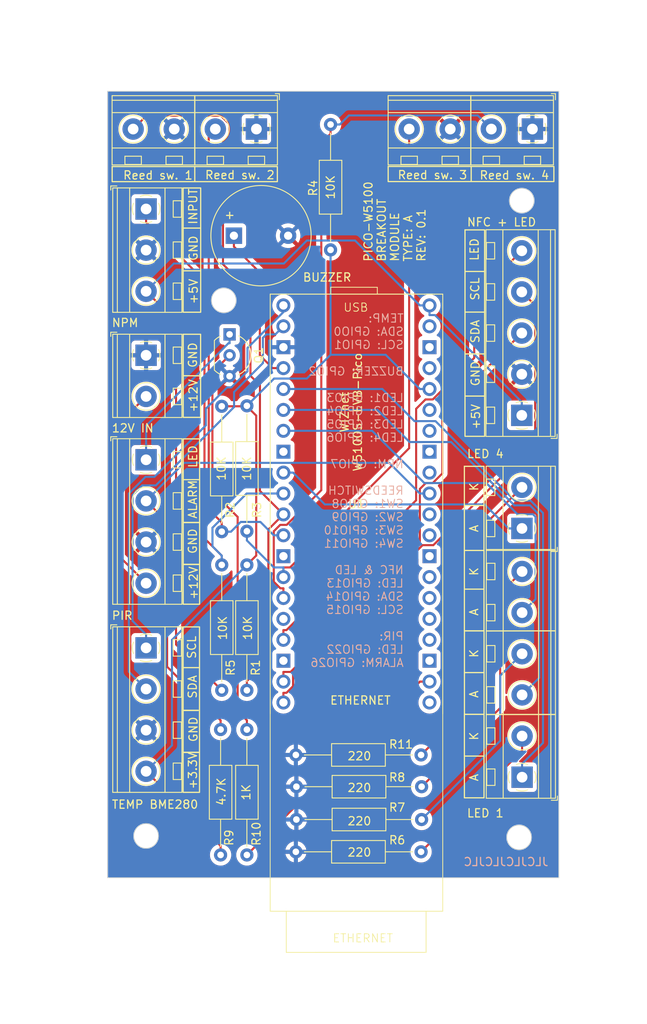
<source format=kicad_pcb>
(kicad_pcb (version 20221018) (generator pcbnew)
  (layers (0 "F.Cu" signal) (31 "B.Cu" signal) (34 "B.Paste" user) (35 "F.Paste" user) (36 "B.SilkS" user "B.Silkscreen") (37 "F.SilkS" user "F.Silkscreen") (38 "B.Mask" user) (39 "F.Mask" user) (44 "Edge.Cuts" user))
  (net 0 "")
  (net 1 "+3.3V")
  (net 2 "GPIO10")
  (net 3 "GPIO2")
  (net 4 "GPIO26")
  (net 5 "GND")
  (net 6 "+5V")
  (net 7 "GPIO7")
  (net 8 "GPIO3")
  (net 9 "GPIO4")
  (net 10 "GPIO5")
  (net 11 "GPIO6")
  (net 12 "GPIO8")
  (net 13 "GPIO9")
  (net 14 "GPIO0")
  (net 15 "GPIO1")
  (net 16 "GPIO13")
  (net 17 "GPIO14")
  (net 18 "GPIO15")
  (net 20 "Net-(Led4-Pin_2)")
  (net 27 "GPIO11")
  (net 35 "+12V")
  (net 36 "Net-(Q1-B)")
  (net 37 "Net-(PIR1-Pin_1)")
  (net 38 "GPIO22")
  (net 39 "Net-(J1-Pin_6)")
  (net 40 "Net-(J1-Pin_2)")
  (net 41 "Net-(J1-Pin_4)")
  (footprint "Resistor_THT:R_Axial_DIN0207_L6.3mm_D2.5mm_P15.24mm_Horizontal" (layer "F.Cu") (at 98.1065 77.3189 -90)
    (fp_text reference "R2" (at 12.599771 -1.028086 90) (layer "F.SilkS"))
    (fp_text value "10K" (at 7.5617 0.032507 90) (layer "F.SilkS"))
    (pad "1" thru_hole circle (at 0 0 270) (size 1.6 1.6) (drill 0.8) (layers "*.Cu" "*.Mask") (net 1 "+3.3V"))
    (pad "2" thru_hole oval (at 15.24 0 270) (size 1.6 1.6) (drill 0.8) (layers "*.Cu" "*.Mask") (net 13 "GPIO9"))
  )
  (footprint "TerminalBlock_MetzConnect:TerminalBlock_MetzConnect_Type094_RT03504HBLU_1x04_P5.00mm_Horizontal" (layer "F.Cu") (at 135.9156 43.6255 180)
    (fp_text reference "Reedswitch_3_en_1" hide)
    (fp_text value "Screw_Terminal_01x04")
    (pad "1" thru_hole rect (at 0 0 180) (size 2.6 2.6) (drill 1.3) (layers "*.Cu" "*.Mask") (net 5 "GND"))
    (pad "2" thru_hole circle (at 5 0 180) (size 2.6 2.6) (drill 1.3) (layers "*.Cu" "*.Mask") (net 27 "GPIO11"))
    (pad "3" thru_hole circle (at 10 0 180) (size 2.6 2.6) (drill 1.3) (layers "*.Cu" "*.Mask") (net 5 "GND"))
    (pad "4" thru_hole circle (at 15 0 180) (size 2.6 2.6) (drill 1.3) (layers "*.Cu" "*.Mask") (net 2 "GPIO10"))
  )
  (footprint "Resistor_THT:R_Axial_DIN0207_L6.3mm_D2.5mm_P15.24mm_Horizontal" (layer "F.Cu") (at 98.1065 111.8366 90)
    (fp_text reference "R5" (at 2.74257 1.070888 90) (layer "F.SilkS"))
    (fp_text value "10K" (at 7.569965 0.116632 90) (layer "F.SilkS"))
    (pad "1" thru_hole circle (at 0 0 90) (size 1.6 1.6) (drill 0.8) (layers "*.Cu" "*.Mask") (net 6 "+5V"))
    (pad "2" thru_hole oval (at 15.24 0 90) (size 1.6 1.6) (drill 0.8) (layers "*.Cu" "*.Mask") (net 7 "GPIO7"))
  )
  (footprint "MCU_RaspberryPi_and_Boards:W5100S-EVB-Pico" (layer "F.Cu") (at 114.5011 89.1889)
    (fp_text reference "U1" (at 0 0) (layer "F.SilkS"))
    (fp_text value "Pico")
    (fp_text user "ETHERNET" (at -2.955373 53.36309 unlocked) (layer "F.SilkS") (effects (font (thickness 0.1)) (justify left bottom)))
    (fp_text user "USB" (at -1.640835 -23.296566 unlocked) (layer "F.SilkS") (effects (font (thickness 0.1)) (justify left bottom)))
    (pad "1" thru_hole oval (at -8.89 -24.13) (size 1.7 1.7) (drill 1.02) (layers "*.Cu" "*.Mask") (net 14 "GPIO0"))
    (pad "2" thru_hole oval (at -8.89 -21.59) (size 1.7 1.7) (drill 1.02) (layers "*.Cu" "*.Mask") (net 15 "GPIO1"))
    (pad "3" thru_hole rect (at -8.89 -19.05) (size 1.7 1.7) (drill 1.02) (layers "*.Cu" "*.Mask") (net 5 "GND"))
    (pad "4" thru_hole oval (at -8.89 -16.51) (size 1.7 1.7) (drill 1.02) (layers "*.Cu" "*.Mask") (net 3 "GPIO2"))
    (pad "5" thru_hole oval (at -8.89 -13.97) (size 1.7 1.7) (drill 1.02) (layers "*.Cu" "*.Mask") (net 8 "GPIO3"))
    (pad "6" thru_hole oval (at -8.89 -11.43) (size 1.7 1.7) (drill 1.02) (layers "*.Cu" "*.Mask") (net 9 "GPIO4"))
    (pad "7" thru_hole oval (at -8.89 -8.89) (size 1.7 1.7) (drill 1.02) (layers "*.Cu" "*.Mask") (net 10 "GPIO5"))
    (pad "8" thru_hole rect (at -8.89 -6.35) (size 1.7 1.7) (drill 1.02) (layers "*.Cu" "*.Mask"))
    (pad "9" thru_hole oval (at -8.89 -3.81) (size 1.7 1.7) (drill 1.02) (layers "*.Cu" "*.Mask") (net 11 "GPIO6"))
    (pad "10" thru_hole oval (at -8.89 -1.27) (size 1.7 1.7) (drill 1.02) (layers "*.Cu" "*.Mask") (net 7 "GPIO7"))
    (pad "11" thru_hole oval (at -8.89 1.27) (size 1.7 1.7) (drill 1.02) (layers "*.Cu" "*.Mask") (net 12 "GPIO8"))
    (pad "12" thru_hole oval (at -8.89 3.81) (size 1.7 1.7) (drill 1.02) (layers "*.Cu" "*.Mask") (net 13 "GPIO9"))
    (pad "13" thru_hole rect (at -8.89 6.35) (size 1.7 1.7) (drill 1.02) (layers "*.Cu" "*.Mask"))
    (pad "14" thru_hole oval (at -8.89 8.89) (size 1.7 1.7) (drill 1.02) (layers "*.Cu" "*.Mask") (net 2 "GPIO10"))
    (pad "15" thru_hole oval (at -8.89 11.43) (size 1.7 1.7) (drill 1.02) (layers "*.Cu" "*.Mask") (net 27 "GPIO11"))
    (pad "16" thru_hole oval (at -8.89 13.97) (size 1.7 1.7) (drill 1.02) (layers "*.Cu" "*.Mask"))
    (pad "17" thru_hole oval (at -8.89 16.51) (size 1.7 1.7) (drill 1.02) (layers "*.Cu" "*.Mask") (net 16 "GPIO13"))
    (pad "18" thru_hole rect (at -8.89 19.05) (size 1.7 1.7) (drill 1.02) (layers "*.Cu" "*.Mask"))
    (pad "19" thru_hole oval (at -8.89 21.59) (size 1.7 1.7) (drill 1.02) (layers "*.Cu" "*.Mask") (net 17 "GPIO14"))
    (pad "20" thru_hole oval (at -8.89 24.13) (size 1.7 1.7) (drill 1.02) (layers "*.Cu" "*.Mask") (net 18 "GPIO15"))
    (pad "21" thru_hole oval (at 8.89 24.13) (size 1.7 1.7) (drill 1.02) (layers "*.Cu" "*.Mask"))
    (pad "22" thru_hole oval (at 8.89 21.59) (size 1.7 1.7) (drill 1.02) (layers "*.Cu" "*.Mask") (net 38 "GPIO22"))
    (pad "23" thru_hole rect (at 8.89 19.05) (size 1.7 1.7) (drill 1.02) (layers "*.Cu" "*.Mask"))
    (pad "24" thru_hole oval (at 8.89 16.51) (size 1.7 1.7) (drill 1.02) (layers "*.Cu" "*.Mask"))
    (pad "25" thru_hole oval (at 8.89 13.97) (size 1.7 1.7) (drill 1.02) (layers "*.Cu" "*.Mask"))
    (pad "26" thru_hole oval (at 8.89 11.43) (size 1.7 1.7) (drill 1.02) (layers "*.Cu" "*.Mask"))
    (pad "27" thru_hole oval (at 8.89 8.89) (size 1.7 1.7) (drill 1.02) (layers "*.Cu" "*.Mask"))
    (pad "28" thru_hole rect (at 8.89 6.35) (size 1.7 1.7) (drill 1.02) (layers "*.Cu" "*.Mask"))
    (pad "29" thru_hole oval (at 8.89 3.81) (size 1.7 1.7) (drill 1.02) (layers "*.Cu" "*.Mask"))
    (pad "30" thru_hole oval (at 8.89 1.27) (size 1.7 1.7) (drill 1.02) (layers "*.Cu" "*.Mask"))
    (pad "31" thru_hole oval (at 8.89 -1.27) (size 1.7 1.7) (drill 1.02) (layers "*.Cu" "*.Mask") (net 4 "GPIO26"))
    (pad "32" thru_hole oval (at 8.89 -3.81) (size 1.7 1.7) (drill 1.02) (layers "*.Cu" "*.Mask"))
    (pad "33" thru_hole rect (at 8.89 -6.35) (size 1.7 1.7) (drill 1.02) (layers "*.Cu" "*.Mask"))
    (pad "34" thru_hole oval (at 8.89 -8.89) (size 1.7 1.7) (drill 1.02) (layers "*.Cu" "*.Mask"))
    (pad "35" thru_hole oval (at 8.89 -11.43) (size 1.7 1.7) (drill 1.02) (layers "*.Cu" "*.Mask"))
    (pad "36" thru_hole oval (at 8.89 -13.97) (size 1.7 1.7) (drill 1.02) (layers "*.Cu" "*.Mask") (net 1 "+3.3V"))
    (pad "37" thru_hole oval (at 8.89 -16.51) (size 1.7 1.7) (drill 1.02) (layers "*.Cu" "*.Mask"))
    (pad "38" thru_hole rect (at 8.89 -19.05) (size 1.7 1.7) (drill 1.02) (layers "*.Cu" "*.Mask"))
    (pad "39" thru_hole oval (at 8.89 -21.59) (size 1.7 1.7) (drill 1.02) (layers "*.Cu" "*.Mask"))
    (pad "40" thru_hole oval (at 8.89 -24.13) (size 1.7 1.7) (drill 1.02) (layers "*.Cu" "*.Mask") (net 6 "+5V"))
  )
  (footprint "Resistor_THT:R_Axial_DIN0207_L6.3mm_D2.5mm_P15.24mm_Horizontal" (layer "F.Cu") (at 97.9672 131.8484 90)
    (fp_text reference "R9" (at 2.096606 1.035603 90) (layer "F.SilkS"))
    (fp_text value "4.7K" (at 7.695977 0.092982 90) (layer "F.SilkS"))
    (pad "1" thru_hole circle (at 0 0 90) (size 1.6 1.6) (drill 0.8) (layers "*.Cu" "*.Mask") (net 1 "+3.3V"))
    (pad "2" thru_hole oval (at 15.24 0 90) (size 1.6 1.6) (drill 0.8) (layers "*.Cu" "*.Mask") (net 4 "GPIO26"))
  )
  (footprint "Resistor_THT:R_Axial_DIN0207_L6.3mm_D2.5mm_P15.24mm_Horizontal" (layer "F.Cu") (at 101.1663 77.2606 -90)
    (fp_text reference "R3" (at 12.658071 -1.226291 90) (layer "F.SilkS"))
    (fp_text value "10K" (at 7.62 0 90) (layer "F.SilkS"))
    (pad "1" thru_hole circle (at 0 0 270) (size 1.6 1.6) (drill 0.8) (layers "*.Cu" "*.Mask") (net 1 "+3.3V"))
    (pad "2" thru_hole oval (at 15.24 0 270) (size 1.6 1.6) (drill 0.8) (layers "*.Cu" "*.Mask") (net 2 "GPIO10"))
  )
  (footprint "Custom_footprint_Library:Buzzer_12x9.5RM6.6_custom" (layer "F.Cu") (at 102.8846 56.6641)
    (fp_text reference "BZ1" hide)
    (fp_text value "Buzzer")
    (fp_text user "+" (at -3.81 -2.61861) (layer "F.SilkS"))
    (pad "1" thru_hole rect (at -3.3 -0.07861) (size 2 2) (drill 1) (layers "*.Cu" "*.Mask") (net 3 "GPIO2"))
    (pad "2" thru_hole circle (at 3.3 -0.07861) (size 2 2) (drill 1) (layers "*.Cu" "*.Mask") (net 5 "GND"))
  )
  (footprint "TerminalBlock_MetzConnect:TerminalBlock_MetzConnect_Type094_RT03502HBLU_1x02_P5.00mm_Horizontal" (layer "F.Cu") (at 134.6427 92.1652 90)
    (fp_text reference "Led4" hide)
    (fp_text value "Screw_Terminal_01x02")
    (pad "1" thru_hole rect (at 0 0 90) (size 2.6 2.6) (drill 1.3) (layers "*.Cu" "*.Mask") (net 11 "GPIO6"))
    (pad "2" thru_hole circle (at 5 0 90) (size 2.6 2.6) (drill 1.3) (layers "*.Cu" "*.Mask") (net 20 "Net-(Led4-Pin_2)"))
  )
  (footprint "Package_TO_SOT_THT:TO-92_Inline_Wide" (layer "F.Cu") (at 99.06 68.58 -90)
    (fp_text reference "Q1" (at 2.54 -3.56 90) (layer "F.SilkS"))
    (fp_text value "BC547")
    (pad "1" thru_hole rect (at 0 0 270) (size 1.5 1.5) (drill 0.8) (layers "*.Cu" "*.Mask") (net 37 "Net-(PIR1-Pin_1)"))
    (pad "2" thru_hole circle (at 2.54 0 270) (size 1.5 1.5) (drill 0.8) (layers "*.Cu" "*.Mask") (net 36 "Net-(Q1-B)"))
    (pad "3" thru_hole circle (at 5.08 0 270) (size 1.5 1.5) (drill 0.8) (layers "*.Cu" "*.Mask") (net 5 "GND"))
  )
  (footprint "TerminalBlock_MetzConnect:TerminalBlock_MetzConnect_Type094_RT03504HBLU_1x04_P5.00mm_Horizontal" (layer "F.Cu") (at 88.9 83.82 -90)
    (fp_text reference "PIR1" hide)
    (fp_text value "Screw_Terminal_01x04")
    (pad "1" thru_hole rect (at 0 0 270) (size 2.6 2.6) (drill 1.3) (layers "*.Cu" "*.Mask") (net 37 "Net-(PIR1-Pin_1)"))
    (pad "2" thru_hole circle (at 5 0 270) (size 2.6 2.6) (drill 1.3) (layers "*.Cu" "*.Mask") (net 4 "GPIO26"))
    (pad "3" thru_hole circle (at 10 0 270) (size 2.6 2.6) (drill 1.3) (layers "*.Cu" "*.Mask") (net 5 "GND"))
    (pad "4" thru_hole circle (at 15 0 270) (size 2.6 2.6) (drill 1.3) (layers "*.Cu" "*.Mask") (net 35 "+12V"))
  )
  (footprint "TerminalBlock_MetzConnect:TerminalBlock_MetzConnect_Type094_RT03503HBLU_1x03_P5.00mm_Horizontal" (layer "F.Cu") (at 88.9 53.34 -90)
    (fp_text reference "NPM_Sensor1" hide)
    (fp_text value "Screw_Terminal_01x03")
    (pad "1" thru_hole rect (at 0 0 270) (size 2.6 2.6) (drill 1.3) (layers "*.Cu" "*.Mask") (net 7 "GPIO7"))
    (pad "2" thru_hole circle (at 5 0 270) (size 2.6 2.6) (drill 1.3) (layers "*.Cu" "*.Mask") (net 5 "GND"))
    (pad "3" thru_hole circle (at 10 0 270) (size 2.6 2.6) (drill 1.3) (layers "*.Cu" "*.Mask") (net 6 "+5V"))
  )
  (footprint "Resistor_THT:R_Axial_DIN0207_L6.3mm_D2.5mm_P15.24mm_Horizontal" (layer "F.Cu") (at 101.1663 96.5966 -90)
    (fp_text reference "R1" (at 12.49743 -1.067289 90) (layer "F.SilkS"))
    (fp_text value "10K" (at 7.670035 -0.10028 90) (layer "F.SilkS"))
    (pad "1" thru_hole circle (at 0 0 270) (size 1.6 1.6) (drill 0.8) (layers "*.Cu" "*.Mask") (net 1 "+3.3V"))
    (pad "2" thru_hole oval (at 15.24 0 270) (size 1.6 1.6) (drill 0.8) (layers "*.Cu" "*.Mask") (net 12 "GPIO8"))
  )
  (footprint "Resistor_THT:R_Axial_DIN0207_L6.3mm_D2.5mm_P15.24mm_Horizontal" (layer "F.Cu") (at 111.3491 58.3112 90)
    (fp_text reference "R4" (at 7.511157 -2.129052 90) (layer "F.SilkS"))
    (fp_text value "10K" (at 7.62 0 90) (layer "F.SilkS"))
    (pad "1" thru_hole circle (at 0 0 90) (size 1.6 1.6) (drill 0.8) (layers "*.Cu" "*.Mask") (net 1 "+3.3V"))
    (pad "2" thru_hole oval (at 15.24 0 90) (size 1.6 1.6) (drill 0.8) (layers "*.Cu" "*.Mask") (net 27 "GPIO11"))
  )
  (footprint "TerminalBlock_MetzConnect:TerminalBlock_MetzConnect_Type094_RT03504HBLU_1x04_P5.00mm_Horizontal" (layer "F.Cu") (at 88.9 106.68 -90)
    (fp_text reference "Temperatuur_BME1" hide)
    (fp_text value "Screw_Terminal_01x04")
    (pad "1" thru_hole rect (at 0 0 270) (size 2.6 2.6) (drill 1.3) (layers "*.Cu" "*.Mask") (net 15 "GPIO1"))
    (pad "2" thru_hole circle (at 5 0 270) (size 2.6 2.6) (drill 1.3) (layers "*.Cu" "*.Mask") (net 14 "GPIO0"))
    (pad "3" thru_hole circle (at 10 0 270) (size 2.6 2.6) (drill 1.3) (layers "*.Cu" "*.Mask") (net 5 "GND"))
    (pad "4" thru_hole circle (at 15 0 270) (size 2.6 2.6) (drill 1.3) (layers "*.Cu" "*.Mask") (net 1 "+3.3V"))
  )
  (footprint "Resistor_THT:R_Axial_DIN0207_L6.3mm_D2.5mm_P15.24mm_Horizontal" (layer "F.Cu") (at 101.1663 131.8484 90)
    (fp_text reference "R10" (at 2.572797 1.151705 90) (layer "F.SilkS"))
    (fp_text value "1K" (at 7.62 -0.087368 90) (layer "F.SilkS"))
    (pad "1" thru_hole circle (at 0 0 90) (size 1.6 1.6) (drill 0.8) (layers "*.Cu" "*.Mask") (net 38 "GPIO22"))
    (pad "2" thru_hole oval (at 15.24 0 90) (size 1.6 1.6) (drill 0.8) (layers "*.Cu" "*.Mask") (net 36 "Net-(Q1-B)"))
  )
  (footprint "Resistor_THT:R_Axial_DIN0207_L6.3mm_D2.5mm_P15.24mm_Horizontal" (layer "F.Cu") (at 122.3648 131.4663 180)
    (fp_text reference "R6" (at 2.914928 1.418106) (layer "F.SilkS"))
    (fp_text value "220" (at 7.504091 -0.066492) (layer "F.SilkS"))
    (pad "1" thru_hole circle (at 0 0 180) (size 1.6 1.6) (drill 0.8) (layers "*.Cu" "*.Mask") (net 40 "Net-(J1-Pin_2)"))
    (pad "2" thru_hole oval (at 15.24 0 180) (size 1.6 1.6) (drill 0.8) (layers "*.Cu" "*.Mask") (net 5 "GND"))
  )
  (footprint "TerminalBlock_MetzConnect:TerminalBlock_MetzConnect_Type094_RT03502HBLU_1x02_P5.00mm_Horizontal" (layer "F.Cu") (at 88.9 71.12 -90)
    (fp_text reference "12V_voeding_in1" hide)
    (fp_text value "Screw_Terminal_01x02")
    (pad "1" thru_hole rect (at 0 0 270) (size 2.6 2.6) (drill 1.3) (layers "*.Cu" "*.Mask") (net 5 "GND"))
    (pad "2" thru_hole circle (at 5 0 270) (size 2.6 2.6) (drill 1.3) (layers "*.Cu" "*.Mask") (net 35 "+12V"))
  )
  (footprint "TerminalBlock_MetzConnect:TerminalBlock_MetzConnect_Type094_RT03506HBLU_1x06_P5.00mm_Horizontal" (layer "F.Cu") (at 134.6586 122.3967 90)
    (fp_text reference "J1" hide)
    (fp_text value "Screw_Terminal_01x06")
    (pad "1" thru_hole rect (at 0 0 90) (size 2.6 2.6) (drill 1.3) (layers "*.Cu" "*.Mask") (net 8 "GPIO3"))
    (pad "2" thru_hole circle (at 5 0 90) (size 2.6 2.6) (drill 1.3) (layers "*.Cu" "*.Mask") (net 40 "Net-(J1-Pin_2)"))
    (pad "3" thru_hole circle (at 10 0 90) (size 2.6 2.6) (drill 1.3) (layers "*.Cu" "*.Mask") (net 9 "GPIO4"))
    (pad "4" thru_hole circle (at 15 0 90) (size 2.6 2.6) (drill 1.3) (layers "*.Cu" "*.Mask") (net 41 "Net-(J1-Pin_4)"))
    (pad "5" thru_hole circle (at 20 0 90) (size 2.6 2.6) (drill 1.3) (layers "*.Cu" "*.Mask") (net 10 "GPIO5"))
    (pad "6" thru_hole circle (at 25 0 90) (size 2.6 2.6) (drill 1.3) (layers "*.Cu" "*.Mask") (net 39 "Net-(J1-Pin_6)"))
  )
  (footprint "TerminalBlock_MetzConnect:TerminalBlock_MetzConnect_Type094_RT03505HBLU_1x05_P5.00mm_Horizontal" (layer "F.Cu") (at 134.62 78.42 90)
    (fp_text reference "NFC_Reader1" hide)
    (fp_text value "Screw_Terminal_01x05")
    (pad "1" thru_hole rect (at 0 0 90) (size 2.6 2.6) (drill 1.3) (layers "*.Cu" "*.Mask") (net 6 "+5V"))
    (pad "2" thru_hole circle (at 5 0 90) (size 2.6 2.6) (drill 1.3) (layers "*.Cu" "*.Mask") (net 5 "GND"))
    (pad "3" thru_hole circle (at 10 0 90) (size 2.6 2.6) (drill 1.3) (layers "*.Cu" "*.Mask") (net 17 "GPIO14"))
    (pad "4" thru_hole circle (at 15 0 90) (size 2.6 2.6) (drill 1.3) (layers "*.Cu" "*.Mask") (net 18 "GPIO15"))
    (pad "5" thru_hole circle (at 20 0 90) (size 2.6 2.6) (drill 1.3) (layers "*.Cu" "*.Mask") (net 16 "GPIO13"))
  )
  (footprint "Resistor_THT:R_Axial_DIN0207_L6.3mm_D2.5mm_P15.24mm_Horizontal" (layer "F.Cu") (at 122.3648 119.6937 180)
    (fp_text reference "R11" (at 2.438737 1.287298) (layer "F.SilkS"))
    (fp_text value "220" (at 7.504091 -0.13984) (layer "F.SilkS"))
    (pad "1" thru_hole circle (at 0 0 180) (size 1.6 1.6) (drill 0.8) (layers "*.Cu" "*.Mask") (net 20 "Net-(Led4-Pin_2)"))
    (pad "2" thru_hole oval (at 15.24 0 180) (size 1.6 1.6) (drill 0.8) (layers "*.Cu" "*.Mask") (net 5 "GND"))
  )
  (footprint "Resistor_THT:R_Axial_DIN0207_L6.3mm_D2.5mm_P15.24mm_Horizontal" (layer "F.Cu") (at 122.4302 123.5525 180)
    (fp_text reference "R8" (at 2.980328 1.13469) (layer "F.SilkS"))
    (fp_text value "220" (at 7.569491 -0.133233) (layer "F.SilkS"))
    (pad "1" thru_hole circle (at 0 0 180) (size 1.6 1.6) (drill 0.8) (layers "*.Cu" "*.Mask") (net 39 "Net-(J1-Pin_6)"))
    (pad "2" thru_hole oval (at 15.24 0 180) (size 1.6 1.6) (drill 0.8) (layers "*.Cu" "*.Mask") (net 5 "GND"))
  )
  (footprint "Resistor_THT:R_Axial_DIN0207_L6.3mm_D2.5mm_P15.24mm_Horizontal" (layer "F.Cu") (at 122.4302 127.5421 180)
    (fp_text reference "R7" (at 2.980328 1.461708) (layer "F.SilkS"))
    (fp_text value "220" (at 7.569491 -0.195569) (layer "F.SilkS"))
    (pad "1" thru_hole circle (at 0 0 180) (size 1.6 1.6) (drill 0.8) (layers "*.Cu" "*.Mask") (net 41 "Net-(J1-Pin_4)"))
    (pad "2" thru_hole oval (at 15.24 0 180) (size 1.6 1.6) (drill 0.8) (layers "*.Cu" "*.Mask") (net 5 "GND"))
  )
  (footprint "TerminalBlock_MetzConnect:TerminalBlock_MetzConnect_Type094_RT03504HBLU_1x04_P5.00mm_Horizontal" (layer "F.Cu") (at 102.3239 43.6255 180)
    (fp_text reference "Reedswitch_1_en_1" hide)
    (fp_text value "Screw_Terminal_01x04")
    (pad "1" thru_hole rect (at 0 0 180) (size 2.6 2.6) (drill 1.3) (layers "*.Cu" "*.Mask") (net 5 "GND"))
    (pad "2" thru_hole circle (at 5 0 180) (size 2.6 2.6) (drill 1.3) (layers "*.Cu" "*.Mask") (net 13 "GPIO9"))
    (pad "3" thru_hole circle (at 10 0 180) (size 2.6 2.6) (drill 1.3) (layers "*.Cu" "*.Mask") (net 5 "GND"))
    (pad "4" thru_hole circle (at 15 0 180) (size 2.6 2.6) (drill 1.3) (layers "*.Cu" "*.Mask") (net 12 "GPIO8"))
  )
  (gr_line (start 93.404971 55.662271) (end 95.472045 55.662271) (stroke (width 0.15)) (layer "F.SilkS"))
  (gr_line (start 130.056399 76.077429) (end 127.732604 76.077429) (stroke (width 0.15)) (layer "F.SilkS"))
  (gr_rect (start 127.633392 84.615064) (end 130.021345 94.839377) (stroke (width 0.15)) (fill none) (layer "F.SilkS"))
  (gr_rect (start 118.360376 48.170575) (end 138.527046 50.006232) (stroke (width 0.15)) (fill none) (layer "F.SilkS"))
  (gr_line (start 128.463878 48.162261) (end 128.46386 49.956894) (stroke (width 0.15)) (layer "F.SilkS"))
  (gr_rect (start 93.408447 50.786229) (end 95.543036 65.886229) (stroke (width 0.15)) (fill none) (layer "F.SilkS"))
  (gr_line (start 130.320195 114.775553) (end 138.715636 114.775553) (stroke (width 0.15)) (layer "F.SilkS"))
  (gr_line (start 130.030464 109.684667) (end 127.642511 109.684667) (stroke (width 0.15)) (layer "F.SilkS"))
  (gr_line (start 130.086235 70.954752) (end 127.711955 70.956452) (stroke (width 0.15)) (layer "F.SilkS"))
  (gr_line (start 130.021345 89.377562) (end 127.633392 89.377562) (stroke (width 0.15)) (layer "F.SilkS"))
  (gr_rect (start 93.418744 96.521851) (end 95.325018 96.547251) (stroke (width 0.15)) (fill none) (layer "F.SilkS"))
  (gr_line (start 95.31286 109.080151) (end 93.42827 109.081526) (stroke (width 0.15)) (layer "F.SilkS"))
  (gr_rect (start 127.710852 55.879317) (end 130.098805 80.969077) (stroke (width 0.15)) (fill none) (layer "F.SilkS"))
  (gr_line (start 130.103066 65.871692) (end 127.715605 65.87071) (stroke (width 0.15)) (layer "F.SilkS"))
  (gr_rect (start 93.421607 114.2646) (end 95.255532 114.29) (stroke (width 0.15)) (fill none) (layer "F.SilkS"))
  (gr_rect (start 127.636052 94.839377) (end 130.024005 104.615349) (stroke (width 0.15)) (fill none) (layer "F.SilkS"))
  (gr_rect (start 93.416691 91.431851) (end 95.412223 91.457251) (stroke (width 0.15)) (fill none) (layer "F.SilkS"))
  (gr_line (start 95.325018 86.23497) (end 93.440428 86.236345) (stroke (width 0.15)) (layer "F.SilkS"))
  (gr_line (start 130.024005 99.542671) (end 127.636052 99.542671) (stroke (width 0.15)) (layer "F.SilkS"))
  (gr_rect (start 93.418105 68.565547) (end 95.533379 78.665548) (stroke (width 0.15)) (fill none) (layer "F.SilkS"))
  (gr_rect (start 93.406586 119.367032) (end 95.31286 119.392432) (stroke (width 0.15)) (fill none) (layer "F.SilkS"))
  (gr_line (start 130.078585 60.932799) (end 127.711955 60.9327) (stroke (width 0.15)) (layer "F.SilkS"))
  (gr_line (start 130.02538 119.831748) (end 127.637427 119.831748) (stroke (width 0.15)) (layer "F.SilkS"))
  (gr_line (start 94.8234 39.5655) (end 94.8234 47.9855) (stroke (width 0.15)) (layer "F.SilkS"))
  (gr_rect (start 127.642511 104.611989) (end 130.030464 114.757345) (stroke (width 0.15)) (fill none) (layer "F.SilkS"))
  (gr_line (start 128.4151 47.9855) (end 128.4151 39.5655) (stroke (width 0.15)) (layer "F.SilkS"))
  (gr_line (start 93.418105 73.605548) (end 95.533379 73.615548) (stroke (width 0.15)) (layer "F.SilkS"))
  (gr_line (start 93.456716 60.85672) (end 95.54956 60.855794) (stroke (width 0.15)) (layer "F.SilkS"))
  (gr_rect (start 93.416691 81.28) (end 95.412223 101.373549) (stroke (width 0.15)) (fill none) (layer "F.SilkS"))
  (gr_rect (start 93.404533 104.132432) (end 95.400065 124.238929) (stroke (width 0.15)) (fill none) (layer "F.SilkS"))
  (gr_line (start 94.822607 48.181958) (end 94.825954 49.948711) (stroke (width 0.15)) (layer "F.SilkS"))
  (gr_rect (start 84.771324 48.181958) (end 104.873889 50.017615) (stroke (width 0.15)) (fill none) (layer "F.SilkS"))
  (gr_line (start 130.322755 104.623466) (end 138.665092 104.610677) (stroke (width 0.15)) (layer "F.SilkS"))
  (gr_rect (start 127.637427 114.75907) (end 130.02538 124.904426) (stroke (width 0.15)) (fill none) (layer "F.SilkS"))
  (gr_circle (center 134.62 52.325263) (end 136.12 52.325263) (stroke (width 0.1)) (fill none) (layer "Edge.Cuts"))
  (gr_rect (start 84.21242 39.029517) (end 139.135404 134.62) (stroke (width 0.1)) (fill none) (layer "Edge.Cuts"))
  (gr_circle (center 88.9 129.54) (end 90.4 129.54) (stroke (width 0.1)) (fill none) (layer "Edge.Cuts"))
  (gr_circle (center 98.354736 64.447368) (end 99.854736 64.447368) (stroke (width 0.1)) (fill none) (layer "Edge.Cuts"))
  (gr_circle (center 134.294693 129.709405) (end 135.794693 129.709405) (stroke (width 0.1)) (fill none) (layer "Edge.Cuts"))
  (gr_text "TEMP:\nSDA: GPIO0\nSCL: GPIO1\n\nBUZZER: GPIO2\n\nLED1: GPIO3\nLED2: GPIO4\nLED3: GPIO5\nLED4: GPIO6\n\nNPM: GPIO7\n\nREEDSWITCH\nSW1: GPIO8\nSW2: GPIO9\nSW3: GPIO10\nSW4: GPIO11\n\nNFC & LED\nLED: GPIO13\nSDA: GPIO14\nSCL: GPIO15\n\nPIR:\nLED: GPIO22\nALARM: GPIO26\n\n\n\n" (at 120.322681 113.902701) (layer "B.SilkS") (effects (font (size 1 1) (thickness 0.125)) (justify left bottom mirror)))
  (gr_text "JLCJLCJLCJLC" (at 137.942991 133.272842) (layer "B.SilkS") (effects (font (size 1 1)) (justify left bottom mirror)))
  (gr_text "LED" (at 129.444148 59.716999 90) (layer "F.SilkS") (effects (font (size 1 1)) (justify left bottom)))
  (gr_text "K" (at 129.397326 107.96122 90) (layer "F.SilkS") (effects (font (size 1 1)) (justify left bottom)))
  (gr_text "PICO-W5100\nBREAKOUT\nMODULE\nTYPE: A\nREV: 0.1" (at 122.974526 59.814947 90) (layer "F.SilkS") (effects (font (size 1 1)) (justify left bottom)))
  (gr_text "GND" (at 95.170632 72.714918 90) (layer "F.SilkS") (effects (font (size 1 1)) (justify left bottom)))
  (gr_text "Reed sw. 3" (at 119.437365 49.795473) (layer "F.SilkS") (effects (font (size 1 1)) (justify left bottom)))
  (gr_text "SCL" (at 129.519866 64.536797 90) (layer "F.SilkS") (effects (font (size 1 1)) (justify left bottom)))
  (gr_text "+5V" (at 129.61889 80.21168 90) (layer "F.SilkS") (effects (font (size 1 1)) (justify left bottom)))
  (gr_text "K" (at 129.397326 118.005456 90) (layer "F.SilkS") (effects (font (size 1 1)) (justify left bottom)))
  (gr_text "ALARM" (at 95.165143 91.052252 90) (layer "F.SilkS") (effects (font (size 1 1)) (justify left bottom)))
  (gr_text "A" (at 129.397326 102.853498 90) (layer "F.SilkS") (effects (font (size 1 1)) (justify left bottom)))
  (gr_text "ETHERNET" (at 111.215789 113.643999) (layer "F.SilkS") (effects (font (size 1 1)) (justify left bottom)))
  (gr_text "SDA" (at 95.141897 112.921897 90) (layer "F.SilkS") (effects (font (size 1 1)) (justify left bottom)))
  (gr_text "+12V" (at 95.232773 78.130839 90) (layer "F.SilkS") (effects (font (size 1 1)) (justify left bottom)))
  (gr_text "NFC + LED" (at 127.871639 55.531236) (layer "F.SilkS") (effects (font (size 1 1)) (justify left bottom)))
  (gr_text "12V IN" (at 84.65243 80.567422) (layer "F.SilkS") (effects (font (size 1 1)) (justify left bottom)))
  (gr_text "TEMP BME280" (at 84.65243 126.299371) (layer "F.SilkS") (effects (font (size 1 1)) (justify left bottom)))
  (gr_text "GND" (at 129.568086 74.961346 90) (layer "F.SilkS") (effects (font (size 1 1)) (justify left bottom)))
  (gr_text "LED 1" (at 127.871639 127.357754) (layer "F.SilkS") (effects (font (size 1 1)) (justify left bottom)))
  (gr_text "A" (at 129.397326 92.695123 90) (layer "F.SilkS") (effects (font (size 1 1)) (justify left bottom)))
  (gr_text "K" (at 129.397326 98.002588 90) (layer "F.SilkS") (effects (font (size 1 1)) (justify left bottom)))
  (gr_text "SDA" (at 129.539245 69.73032 90) (layer "F.SilkS") (effects (font (size 1 1)) (justify left bottom)))
  (gr_text "INPUT" (at 95.205606 55.298725 90) (layer "F.SilkS") (effects (font (size 1 1)) (justify left bottom)))
  (gr_text "GND" (at 95.156776 95.335661 90) (layer "F.SilkS") (effects (font (size 1 1)) (justify left bottom)))
  (gr_text "+5V" (at 95.26069 64.979643 90) (layer "F.SilkS") (effects (font (size 1 1)) (justify left bottom)))
  (gr_text "+3.3V" (at 95.170989 123.939994 90) (layer "F.SilkS") (effects (font (size 1 1)) (justify left bottom)))
  (gr_text "+12V" (at 95.262279 100.887248 90) (layer "F.SilkS") (effects (font (size 1 1)) (justify left bottom)))
  (gr_text "BUZZER" (at 107.905341 62.233759) (layer "F.SilkS") (effects (font (size 1 1)) (justify left bottom)))
  (gr_text "WIZnet\nW5100S-EVB-Pico" (at 115.238105 78.031789 90) (layer "F.SilkS") (effects (font (size 1 1)) (justify bottom)))
  (gr_text "LED 4" (at 127.871639 83.686122) (layer "F.SilkS") (effects (font (size 1 1)) (justify left bottom)))
  (gr_text "SCL" (at 95.048945 108.088404 90) (layer "F.SilkS") (effects (font (size 1 1)) (justify left bottom)))
  (gr_text "PIR" (at 84.65243 103.340402) (layer "F.SilkS") (effects (font (size 1 1)) (justify left bottom)))
  (gr_text "Reed sw. 2" (at 95.994471 49.798181) (layer "F.SilkS") (effects (font (size 1 1)) (justify left bottom)))
  (gr_text "Reed sw. 4" (at 129.404155 49.826864) (layer "F.SilkS") (effects (font (size 1 1)) (justify left bottom)))
  (gr_text "A" (at 129.397326 122.970505 90) (layer "F.SilkS") (effects (font (size 1 1)) (justify left bottom)))
  (gr_text "GND" (at 95.246919 59.732944 90) (layer "F.SilkS") (effects (font (size 1 1)) (justify left bottom)))
  (gr_text "Reed sw. 1" (at 86.02768 49.829573) (layer "F.SilkS") (effects (font (size 1 1)) (justify left bottom)))
  (gr_text "NPM" (at 84.65243 67.756973) (layer "F.SilkS") (effects (font (size 1 1)) (justify left bottom)))
  (gr_text "K" (at 129.397326 87.70154 90) (layer "F.SilkS") (effects (font (size 1 1)) (justify left bottom)))
  (gr_text "LED" (at 95.189233 84.884278 90) (layer "F.SilkS") (effects (font (size 1 1)) (justify left bottom)))
  (gr_text "A" (at 129.397326 112.840664 90) (layer "F.SilkS") (effects (font (size 1 1)) (justify left bottom)))
  (gr_text "GND" (at 95.235585 118.203864 90) (layer "F.SilkS") (effects (font (size 1 1)) (justify left bottom)))
  (segment (start 102.3049 78.4575) (end 102.3049 95.458) (width 0.25) (layer "F.Cu") (net 1))
  (segment (start 101.1663 77.3189) (end 102.3049 78.4575) (width 0.25) (layer "F.Cu") (net 1))
  (segment (start 102.3049 95.458) (end 101.1663 96.5966) (width 0.25) (layer "F.Cu") (net 1))
  (segment (start 88.9 121.68) (end 97.9672 130.7472) (width 0.25) (layer "F.Cu") (net 1))
  (segment (start 97.9672 130.7472) (end 97.9672 131.8484) (width 0.25) (layer "F.Cu") (net 1))
  (segment (start 101.1663 77.3189) (end 101.1663 77.2606) (width 0.25) (layer "F.Cu") (net 1))
  (segment (start 101.1663 77.3189) (end 98.1065 77.3189) (width 0.25) (layer "F.Cu") (net 1))
  (segment (start 92.0499 118.5301) (end 88.9 121.68) (width 0.25) (layer "B.Cu") (net 1))
  (segment (start 108.459 73.9489) (end 111.3491 71.0588) (width 0.25) (layer "B.Cu") (net 1))
  (segment (start 92.0499 105.713) (end 92.0499 118.5301) (width 0.25) (layer "B.Cu") (net 1))
  (segment (start 111.3491 71.0588) (end 111.3491 58.3112) (width 0.25) (layer "B.Cu") (net 1))
  (segment (start 101.1663 96.5966) (end 92.0499 105.713) (width 0.25) (layer "B.Cu") (net 1))
  (segment (start 111.3491 71.0588) (end 118.0557 71.0588) (width 0.25) (layer "B.Cu") (net 1))
  (segment (start 123.3911 75.2189) (end 122.2158 75.2189) (width 0.25) (layer "B.Cu") (net 1))
  (segment (start 101.1663 77.2606) (end 104.478 73.9489) (width 0.25) (layer "B.Cu") (net 1))
  (segment (start 104.478 73.9489) (end 108.459 73.9489) (width 0.25) (layer "B.Cu") (net 1))
  (segment (start 118.0557 71.0588) (end 122.2158 75.2189) (width 0.25) (layer "B.Cu") (net 1))
  (segment (start 105.6111 98.0789) (end 105.6111 96.9036) (width 0.25) (layer "F.Cu") (net 2))
  (segment (start 106.4191 96.9036) (end 105.6111 96.9036) (width 0.25) (layer "F.Cu") (net 2))
  (segment (start 120.9156 82.4071) (end 106.4191 96.9036) (width 0.25) (layer "F.Cu") (net 2))
  (segment (start 120.9156 43.6255) (end 120.9156 82.4071) (width 0.25) (layer "F.Cu") (net 2))
  (segment (start 104.444 96.9036) (end 101.1663 93.6259) (width 0.25) (layer "B.Cu") (net 2))
  (segment (start 105.6111 98.0789) (end 105.6111 96.9036) (width 0.25) (layer "B.Cu") (net 2))
  (segment (start 105.6111 96.9036) (end 104.444 96.9036) (width 0.25) (layer "B.Cu") (net 2))
  (segment (start 101.1663 92.5006) (end 101.1663 93.6259) (width 0.25) (layer "B.Cu") (net 2))
  (segment (start 102.740003 71.12) (end 104.298903 72.6789) (width 0.25) (layer "F.Cu") (net 3))
  (segment (start 102.740003 61.066203) (end 102.740003 71.12) (width 0.25) (layer "F.Cu") (net 3))
  (segment (start 99.5846 57.9108) (end 102.740003 61.066203) (width 0.25) (layer "F.Cu") (net 3))
  (segment (start 104.298903 72.6789) (end 105.6111 72.6789) (width 0.25) (layer "F.Cu") (net 3))
  (segment (start 99.5846 56.5855) (end 99.5846 57.9108) (width 0.25) (layer "F.Cu") (net 3))
  (segment (start 88.9 88.82) (end 91.457 91.377) (width 0.25) (layer "F.Cu") (net 4))
  (segment (start 97.9672 116.6084) (end 97.9672 115.4831) (width 0.25) (layer "F.Cu") (net 4))
  (segment (start 91.457 108.9729) (end 97.9672 115.4831) (width 0.25) (layer "F.Cu") (net 4))
  (segment (start 91.457 91.377) (end 91.457 108.9729) (width 0.25) (layer "F.Cu") (net 4))
  (segment (start 88.9 88.82) (end 93.527 84.193) (width 0.25) (layer "B.Cu") (net 4))
  (segment (start 123.3911 87.9189) (end 122.2158 87.9189) (width 0.25) (layer "B.Cu") (net 4))
  (segment (start 93.527 84.193) (end 118.4899 84.193) (width 0.25) (layer "B.Cu") (net 4))
  (segment (start 118.4899 84.193) (end 122.2158 87.9189) (width 0.25) (layer "B.Cu") (net 4))
  (segment (start 92.5452 66.9852) (end 92.5452 106.2753) (width 0.25) (layer "F.Cu") (net 6))
  (segment (start 88.9 63.34) (end 92.5452 66.9852) (width 0.25) (layer "F.Cu") (net 6))
  (segment (start 92.5452 106.2753) (end 98.1065 111.8366) (width 0.25) (layer "F.Cu") (net 6))
  (segment (start 123.3911 65.0589) (end 122.2158 65.0589) (width 0.25) (layer "B.Cu") (net 6))
  (segment (start 114.3298 57.1729) (end 108.4599 57.1729) (width 0.25) (layer "B.Cu") (net 6))
  (segment (start 134.62 78.42) (end 134.62 76.7947) (width 0.25) (layer "B.Cu") (net 6))
  (segment (start 108.4599 57.1729) (end 105.6674 59.9654) (width 0.25) (layer "B.Cu") (net 6))
  (segment (start 122.2158 65.0589) (end 114.3298 57.1729) (width 0.25) (layer "B.Cu") (net 6))
  (segment (start 92.2746 59.9654) (end 88.9 63.34) (width 0.25) (layer "B.Cu") (net 6))
  (segment (start 124.0595 66.2342) (end 123.3911 66.2342) (width 0.25) (layer "B.Cu") (net 6))
  (segment (start 105.6674 59.9654) (end 92.2746 59.9654) (width 0.25) (layer "B.Cu") (net 6))
  (segment (start 123.3911 65.0589) (end 123.3911 66.2342) (width 0.25) (layer "B.Cu") (net 6))
  (segment (start 134.62 76.7947) (end 124.0595 66.2342) (width 0.25) (layer "B.Cu") (net 6))
  (segment (start 96.0041 62.0694) (end 96.0041 93.3689) (width 0.25) (layer "F.Cu") (net 7))
  (segment (start 88.9 53.34) (end 88.9 54.9653) (width 0.25) (layer "F.Cu") (net 7))
  (segment (start 96.0041 93.3689) (end 98.1065 95.4713) (width 0.25) (layer "F.Cu") (net 7))
  (segment (start 98.1065 96.5966) (end 98.1065 95.4713) (width 0.25) (layer "F.Cu") (net 7))
  (segment (start 88.9 54.9653) (end 96.0041 62.0694) (width 0.25) (layer "F.Cu") (net 7))
  (segment (start 101.1405 87.9189) (end 105.6111 87.9189) (width 0.25) (layer "B.Cu") (net 7))
  (segment (start 96.9769 94.3417) (end 96.9769 92.0825) (width 0.25) (layer "B.Cu") (net 7))
  (segment (start 96.9769 92.0825) (end 101.1405 87.9189) (width 0.25) (layer "B.Cu") (net 7))
  (segment (start 98.1065 95.4713) (end 96.9769 94.3417) (width 0.25) (layer "B.Cu") (net 7))
  (segment (start 98.1065 96.5966) (end 98.1065 95.4713) (width 0.25) (layer "B.Cu") (net 7))
  (segment (start 134.6586 122.3967) (end 134.6586 120.7714) (width 0.25) (layer "B.Cu") (net 8))
  (segment (start 137.203 118.227) (end 134.6586 120.7714) (width 0.25) (layer "B.Cu") (net 8))
  (segment (start 121.5555 79.1236) (end 124.1193 79.1236) (width 0.25) (layer "B.Cu") (net 8))
  (segment (start 137.203 90.2877) (end 137.203 118.227) (width 0.25) (layer "B.Cu") (net 8))
  (segment (start 117.6508 75.2189) (end 121.5555 79.1236) (width 0.25) (layer "B.Cu") (net 8))
  (segment (start 133.7863 88.7906) (end 135.7059 88.7906) (width 0.25) (layer "B.Cu") (net 8))
  (segment (start 105.6111 75.2189) (end 117.6508 75.2189) (width 0.25) (layer "B.Cu") (net 8))
  (segment (start 124.1193 79.1236) (end 133.7863 88.7906) (width 0.25) (layer "B.Cu") (net 8))
  (segment (start 135.7059 88.7906) (end 137.203 90.2877) (width 0.25) (layer "B.Cu") (net 8))
  (segment (start 136.7485 90.4936) (end 135.6136 89.3587) (width 0.25) (layer "B.Cu") (net 9))
  (segment (start 120.9652 81.6635) (end 117.0606 77.7589) (width 0.25) (layer "B.Cu") (net 9))
  (segment (start 117.0606 77.7589) (end 105.6111 77.7589) (width 0.25) (layer "B.Cu") (net 9))
  (segment (start 134.6586 112.3967) (end 136.7485 110.3068) (width 0.25) (layer "B.Cu") (net 9))
  (segment (start 136.7485 110.3068) (end 136.7485 90.4936) (width 0.25) (layer "B.Cu") (net 9))
  (segment (start 133.7175 89.3587) (end 126.0223 81.6635) (width 0.25) (layer "B.Cu") (net 9))
  (segment (start 126.0223 81.6635) (end 120.9652 81.6635) (width 0.25) (layer "B.Cu") (net 9))
  (segment (start 135.6136 89.3587) (end 133.7175 89.3587) (width 0.25) (layer "B.Cu") (net 9))
  (segment (start 135.9809 90.4356) (end 136.2981 90.7528) (width 0.25) (layer "B.Cu") (net 10))
  (segment (start 134.0944 90.4356) (end 135.9809 90.4356) (width 0.25) (layer "B.Cu") (net 10))
  (segment (start 130.3077 86.6489) (end 134.0944 90.4356) (width 0.25) (layer "B.Cu") (net 10))
  (segment (start 116.4109 80.2989) (end 122.7609 86.6489) (width 0.25) (layer "B.Cu") (net 10))
  (segment (start 105.6111 80.2989) (end 116.4109 80.2989) (width 0.25) (layer "B.Cu") (net 10))
  (segment (start 136.2981 90.7528) (end 136.2981 100.7572) (width 0.25) (layer "B.Cu") (net 10))
  (segment (start 122.7609 86.6489) (end 130.3077 86.6489) (width 0.25) (layer "B.Cu") (net 10))
  (segment (start 136.2981 100.7572) (end 134.6586 102.3967) (width 0.25) (layer "B.Cu") (net 10))
  (segment (start 105.6111 85.3789) (end 106.7864 85.3789) (width 0.25) (layer "B.Cu") (net 11))
  (segment (start 106.7864 85.3789) (end 110.6531 89.2456) (width 0.25) (layer "B.Cu") (net 11))
  (segment (start 110.6531 89.2456) (end 130.0978 89.2456) (width 0.25) (layer "B.Cu") (net 11))
  (segment (start 130.0978 89.2456) (end 133.0174 92.1652) (width 0.25) (layer "B.Cu") (net 11))
  (segment (start 134.6427 92.1652) (end 133.0174 92.1652) (width 0.25) (layer "B.Cu") (net 11))
  (segment (start 103.7796 108.098) (end 103.7796 92.2904) (width 0.25) (layer "F.Cu") (net 12))
  (segment (start 103.7796 92.2904) (end 105.6111 90.4589) (width 0.25) (layer "F.Cu") (net 12))
  (segment (start 87.3239 43.6255) (end 88.9549 41.9945) (width 0.25) (layer "F.Cu") (net 12))
  (segment (start 88.9549 41.9945) (end 97.9944 41.9945) (width 0.25) (layer "F.Cu") (net 12))
  (segment (start 97.9944 41.9945) (end 99.0255 43.0256) (width 0.25) (layer "F.Cu") (net 12))
  (segment (start 101.6 63.4021) (end 101.6 73.611654) (width 0.25) (layer "F.Cu") (net 12))
  (segment (start 98.2592 45.2509) (end 98.2592 60.0613) (width 0.25) (layer "F.Cu") (net 12))
  (segment (start 98.2592 60.0613) (end 101.6 63.4021) (width 0.25) (layer "F.Cu") (net 12))
  (segment (start 99.0255 43.0256) (end 99.0255 44.4846) (width 0.25) (layer "F.Cu") (net 12))
  (segment (start 101.1663 111.8366) (end 101.1663 110.7113) (width 0.25) (layer "F.Cu") (net 12))
  (segment (start 99.0255 44.4846) (end 98.2592 45.2509) (width 0.25) (layer "F.Cu") (net 12))
  (segment (start 101.1663 110.7113) (end 103.7796 108.098) (width 0.25) (layer "F.Cu") (net 12))
  (segment (start 102.7549 87.6027) (end 105.6111 90.4589) (width 0.25) (layer "F.Cu") (net 12))
  (segment (start 102.7549 74.766554) (end 102.7549 87.6027) (width 0.25) (layer "F.Cu") (net 12))
  (segment (start 101.6 73.611654) (end 102.7549 74.766554) (width 0.25) (layer "F.Cu") (net 12))
  (segment (start 96.5203 89.8474) (end 98.1065 91.4336) (width 0.25) (layer "F.Cu") (net 13))
  (segment (start 96.5203 44.4291) (end 96.5203 89.8474) (width 0.25) (layer "F.Cu") (net 13))
  (segment (start 97.3239 43.6255) (end 96.5203 44.4291) (width 0.25) (layer "F.Cu") (net 13))
  (segment (start 98.1065 92.5589) (end 98.1065 91.4336) (width 0.25) (layer "F.Cu") (net 13))
  (segment (start 100.4154 91.3753) (end 102.8122 91.3753) (width 0.25) (layer "B.Cu") (net 13))
  (segment (start 105.6111 92.9989) (end 104.4358 92.9989) (width 0.25) (layer "B.Cu") (net 13))
  (segment (start 98.1065 92.5589) (end 99.2318 92.5589) (width 0.25) (layer "B.Cu") (net 13))
  (segment (start 102.8122 91.3753) (end 104.4358 92.9989) (width 0.25) (layer "B.Cu") (net 13))
  (segment (start 99.2318 92.5589) (end 100.4154 91.3753) (width 0.25) (layer "B.Cu") (net 13))
  (segment (start 88.9 111.68) (end 86.8012 109.5812) (width 0.25) (layer "B.Cu") (net 14))
  (segment (start 89.9133 85.8969) (end 96.1701 79.6401) (width 0.25) (layer "B.Cu") (net 14))
  (segment (start 105.6111 65.8669) (end 105.6111 65.0589) (width 0.25) (layer "B.Cu") (net 14))
  (segment (start 101.2374 70.2406) (end 105.6111 65.8669) (width 0.25) (layer "B.Cu") (net 14))
  (segment (start 86.8012 109.5812) (end 86.8012 87.9223) (width 0.25) (layer "B.Cu") (net 14))
  (segment (start 98.7556 75.0272) (end 99.273 75.0272) (width 0.25) (layer "B.Cu") (net 14))
  (segment (start 88.8266 85.8969) (end 89.9133 85.8969) (width 0.25) (layer "B.Cu") (net 14))
  (segment (start 101.2374 73.0628) (end 101.2374 70.2406) (width 0.25) (layer "B.Cu") (net 14))
  (segment (start 99.273 75.0272) (end 101.2374 73.0628) (width 0.25) (layer "B.Cu") (net 14))
  (segment (start 96.1701 79.6401) (end 96.1701 77.6127) (width 0.25) (layer "B.Cu") (net 14))
  (segment (start 86.8012 87.9223) (end 88.8266 85.8969) (width 0.25) (layer "B.Cu") (net 14))
  (segment (start 96.1701 77.6127) (end 98.7556 75.0272) (width 0.25) (layer "B.Cu") (net 14))
  (segment (start 103.534396 68.58) (end 104.63 68.58) (width 0.25) (layer "B.Cu") (net 15))
  (segment (start 88.9 105.0547) (end 87.2516 103.4063) (width 0.25) (layer "B.Cu") (net 15))
  (segment (start 87.2516 88.1088) (end 88.4302 86.9302) (width 0.25) (layer "B.Cu") (net 15))
  (segment (start 103.113335 69.001061) (end 103.534396 68.58) (width 0.25) (layer "B.Cu") (net 15))
  (segment (start 87.2516 103.4063) (end 87.2516 88.1088) (width 0.25) (layer "B.Cu") (net 15))
  (segment (start 103.113335 72.072965) (end 103.113335 69.001061) (width 0.25) (layer "B.Cu") (net 15))
  (segment (start 90.0868 86.9302) (end 99.6073 77.4097) (width 0.25) (layer "B.Cu") (net 15))
  (segment (start 99.6073 77.4097) (end 99.6073 75.579) (width 0.25) (layer "B.Cu") (net 15))
  (segment (start 88.9 106.68) (end 88.9 105.0547) (width 0.25) (layer "B.Cu") (net 15))
  (segment (start 104.63 68.58) (end 105.6111 67.5989) (width 0.25) (layer "B.Cu") (net 15))
  (segment (start 99.6073 75.579) (end 103.113335 72.072965) (width 0.25) (layer "B.Cu") (net 15))
  (segment (start 88.4302 86.9302) (end 90.0868 86.9302) (width 0.25) (layer "B.Cu") (net 15))
  (segment (start 105.9784 104.5236) (end 105.6111 104.5236) (width 0.25) (layer "F.Cu") (net 16))
  (segment (start 105.6111 105.6989) (end 105.6111 104.5236) (width 0.25) (layer "F.Cu") (net 16))
  (segment (start 134.62 58.42) (end 128.8351 64.2049) (width 0.25) (layer "F.Cu") (net 16))
  (segment (start 128.8351 71.4391) (end 123.7853 76.4889) (width 0.25) (layer "F.Cu") (net 16))
  (segment (start 122.9023 76.4889) (end 121.7653 77.6259) (width 0.25) (layer "F.Cu") (net 16))
  (segment (start 121.7653 88.7367) (end 105.9784 104.5236) (width 0.25) (layer "F.Cu") (net 16))
  (segment (start 121.7653 77.6259) (end 121.7653 88.7367) (width 0.25) (layer "F.Cu") (net 16))
  (segment (start 123.7853 76.4889) (end 122.9023 76.4889) (width 0.25) (layer "F.Cu") (net 16))
  (segment (start 128.8351 64.2049) (end 128.8351 71.4391) (width 0.25) (layer "F.Cu") (net 16))
  (segment (start 124.9601 78.0799) (end 124.9601 85.4724) (width 0.25) (layer "F.Cu") (net 17))
  (segment (start 106.4855 109.6036) (end 105.6111 109.6036) (width 0.25) (layer "F.Cu") (net 17))
  (segment (start 134.62 68.42) (end 124.9601 78.0799) (width 0.25) (layer "F.Cu") (net 17))
  (segment (start 122.2157 93.8734) (end 106.4855 109.6036) (width 0.25) (layer "F.Cu") (net 17))
  (segment (start 122.9348 86.6489) (end 122.2157 87.368) (width 0.25) (layer "F.Cu") (net 17))
  (segment (start 105.6111 110.7789) (end 105.6111 109.6036) (width 0.25) (layer "F.Cu") (net 17))
  (segment (start 124.9601 85.4724) (end 123.7836 86.6489) (width 0.25) (layer "F.Cu") (net 17))
  (segment (start 122.2157 87.368) (end 122.2157 93.8734) (width 0.25) (layer "F.Cu") (net 17))
  (segment (start 123.7836 86.6489) (end 122.9348 86.6489) (width 0.25) (layer "F.Cu") (net 17))
  (segment (start 136.2485 81.8038) (end 123.8554 94.1969) (width 0.25) (layer "F.Cu") (net 18))
  (segment (start 105.6111 113.3189) (end 105.6111 112.1436) (width 0.25) (layer "F.Cu") (net 18))
  (segment (start 134.62 63.42) (end 136.2485 65.0485) (width 0.25) (layer "F.Cu") (net 18))
  (segment (start 123.8554 94.1969) (end 122.5497 94.1969) (width 0.25) (layer "F.Cu") (net 18))
  (segment (start 106.7864 111.3357) (end 105.9785 112.1436) (width 0.25) (layer "F.Cu") (net 18))
  (segment (start 106.7864 109.9602) (end 106.7864 111.3357) (width 0.25) (layer "F.Cu") (net 18))
  (segment (start 136.2485 65.0485) (end 136.2485 81.8038) (width 0.25) (layer "F.Cu") (net 18))
  (segment (start 105.9785 112.1436) (end 105.6111 112.1436) (width 0.25) (layer "F.Cu") (net 18))
  (segment (start 122.5497 94.1969) (end 106.7864 109.9602) (width 0.25) (layer "F.Cu") (net 18))
  (segment (start 129.6249 112.4336) (end 122.3648 119.6937) (width 0.25) (layer "F.Cu") (net 20))
  (segment (start 129.6249 92.183) (end 129.6249 112.4336) (width 0.25) (layer "F.Cu") (net 20))
  (segment (start 134.6427 87.1652) (end 129.6249 92.183) (width 0.25) (layer "F.Cu") (net 20))
  (segment (start 110.2238 45.3218) (end 110.2238 87.5104) (width 0.25) (layer "F.Cu") (net 27))
  (segment (start 106.0053 91.7289) (end 105.2188 91.7289) (width 0.25) (layer "F.Cu") (net 27))
  (segment (start 110.2238 87.5104) (end 106.0053 91.7289) (width 0.25) (layer "F.Cu") (net 27))
  (segment (start 105.2188 91.7289) (end 104.4358 92.5119) (width 0.25) (layer "F.Cu") (net 27))
  (segment (start 105.6111 100.6189) (end 105.6111 99.4436) (width 0.25) (layer "F.Cu") (net 27))
  (segment (start 105.2437 99.4436) (end 105.6111 99.4436) (width 0.25) (layer "F.Cu") (net 27))
  (segment (start 111.3491 43.0712) (end 111.3491 44.1965) (width 0.25) (layer "F.Cu") (net 27))
  (segment (start 104.4358 98.6357) (end 105.2437 99.4436) (width 0.25) (layer "F.Cu") (net 27))
  (segment (start 104.4358 92.5119) (end 104.4358 98.6357) (width 0.25) (layer "F.Cu") (net 27))
  (segment (start 111.3491 44.1965) (end 110.2238 45.3218) (width 0.25) (layer "F.Cu") (net 27))
  (segment (start 130.9156 43.6255) (end 129.2606 41.9705) (width 0.25) (layer "B.Cu") (net 27))
  (segment (start 113.5751 41.9705) (end 112.4744 43.0712) (width 0.25) (layer "B.Cu") (net 27))
  (segment (start 111.3491 43.0712) (end 112.4744 43.0712) (width 0.25) (layer "B.Cu") (net 27))
  (segment (start 129.2606 41.9705) (end 113.5751 41.9705) (width 0.25) (layer "B.Cu") (net 27))
  (segment (start 88.9 76.12) (end 85.691099 79.328901) (width 0.25) (layer "F.Cu") (net 35))
  (segment (start 85.691099 95.611099) (end 88.9 98.82) (width 0.25) (layer "F.Cu") (net 35))
  (segment (start 85.691099 79.328901) (end 85.691099 95.611099) (width 0.25) (layer "F.Cu") (net 35))
  (segment (start 100.041 90.7636) (end 100.041 114.3578) (width 0.25) (layer "F.Cu") (net 36))
  (segment (start 99.06 71.12) (end 96.9707 73.2093) (width 0.25) (layer "F.Cu") (net 36))
  (segment (start 96.9707 87.6933) (end 100.041 90.7636) (width 0.25) (layer "F.Cu") (net 36))
  (segment (start 100.041 114.3578) (end 101.1663 115.4831) (width 0.25) (layer "F.Cu") (net 36))
  (segment (start 101.1663 116.6084) (end 101.1663 115.4831) (width 0.25) (layer "F.Cu") (net 36))
  (segment (start 96.9707 73.2093) (end 96.9707 87.6933) (width 0.25) (layer "F.Cu") (net 36))
  (segment (start 88.9 83.82) (end 88.9 79.6809) (width 0.25) (layer "B.Cu") (net 37))
  (segment (start 98.9256 69.6553) (end 99.06 69.6553) (width 0.25) (layer "B.Cu") (net 37))
  (segment (start 88.9 79.6809) (end 98.9256 69.6553) (width 0.25) (layer "B.Cu") (net 37))
  (segment (start 99.06 68.58) (end 99.06 69.6553) (width 0.25) (layer "B.Cu") (net 37))
  (segment (start 101.1663 131.8484) (end 122.2158 110.7989) (width 0.25) (layer "F.Cu") (net 38))
  (segment (start 123.3911 110.7789) (end 122.2158 110.7789) (width 0.25) (layer "F.Cu") (net 38))
  (segment (start 122.2158 110.7989) (end 122.2158 110.7789) (width 0.25) (layer "F.Cu") (net 38))
  (segment (start 131.996 113.9867) (end 131.996 100.0593) (width 0.25) (layer "F.Cu") (net 39))
  (segment (start 131.996 100.0593) (end 134.6586 97.3967) (width 0.25) (layer "F.Cu") (net 39))
  (segment (start 122.4302 123.5525) (end 131.996 113.9867) (width 0.25) (layer "F.Cu") (net 39))
  (segment (start 134.6586 119.1725) (end 134.6586 117.3967) (width 0.25) (layer "F.Cu") (net 40))
  (segment (start 122.3648 131.4663) (end 134.6586 119.1725) (width 0.25) (layer "F.Cu") (net 40))
  (segment (start 131.996 110.0593) (end 134.6586 107.3967) (width 0.25) (layer "B.Cu") (net 41))
  (segment (start 131.996 117.9763) (end 131.996 110.0593) (width 0.25) (layer "B.Cu") (net 41))
  (segment (start 122.4302 127.5421) (end 131.996 117.9763) (width 0.25) (layer "B.Cu") (net 41))
  (zone (net 5) (net_name "GND") (layer "F.Cu") (connect_pads (clearance 0.5)) (min_thickness 0.25) (fill yes (thermal_gap 0.5) (thermal_bridge_width 0.5))
    (polygon (pts (xy 78.74 33.02) (xy 78.74 144.78) (xy 144.78 144.78) (xy 144.78 33.02)))
  )
  (zone (net 5) (net_name "GND") (layer "B.Cu") (priority 1) (connect_pads (clearance 0.5)) (min_thickness 0.25) (fill yes (thermal_gap 0.5) (thermal_bridge_width 0.5))
    (polygon (pts (xy 71.12 27.94) (xy 71.12 152.4) (xy 149.86 152.4) (xy 149.86 27.94)))
  )
)
</source>
